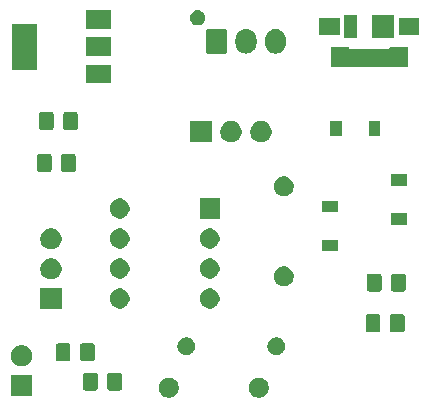
<source format=gbr>
G04 #@! TF.GenerationSoftware,KiCad,Pcbnew,(5.1.5)-3*
G04 #@! TF.CreationDate,2020-03-07T17:44:20+00:00*
G04 #@! TF.ProjectId,DigiSpark v3,44696769-5370-4617-926b-2076332e6b69,rev?*
G04 #@! TF.SameCoordinates,PX291b638PY79240f8*
G04 #@! TF.FileFunction,Soldermask,Top*
G04 #@! TF.FilePolarity,Negative*
%FSLAX46Y46*%
G04 Gerber Fmt 4.6, Leading zero omitted, Abs format (unit mm)*
G04 Created by KiCad (PCBNEW (5.1.5)-3) date 2020-03-07 17:44:20*
%MOMM*%
%LPD*%
G04 APERTURE LIST*
%ADD10C,0.100000*%
G04 APERTURE END LIST*
D10*
G36*
X29712228Y7066697D02*
G01*
X29867100Y7002547D01*
X30006481Y6909415D01*
X30125015Y6790881D01*
X30218147Y6651500D01*
X30282297Y6496628D01*
X30315000Y6332216D01*
X30315000Y6164584D01*
X30282297Y6000172D01*
X30218147Y5845300D01*
X30125015Y5705919D01*
X30006481Y5587385D01*
X29867100Y5494253D01*
X29712228Y5430103D01*
X29547816Y5397400D01*
X29380184Y5397400D01*
X29215772Y5430103D01*
X29060900Y5494253D01*
X28921519Y5587385D01*
X28802985Y5705919D01*
X28709853Y5845300D01*
X28645703Y6000172D01*
X28613000Y6164584D01*
X28613000Y6332216D01*
X28645703Y6496628D01*
X28709853Y6651500D01*
X28802985Y6790881D01*
X28921519Y6909415D01*
X29060900Y7002547D01*
X29215772Y7066697D01*
X29380184Y7099400D01*
X29547816Y7099400D01*
X29712228Y7066697D01*
G37*
G36*
X22092228Y7066697D02*
G01*
X22247100Y7002547D01*
X22386481Y6909415D01*
X22505015Y6790881D01*
X22598147Y6651500D01*
X22662297Y6496628D01*
X22695000Y6332216D01*
X22695000Y6164584D01*
X22662297Y6000172D01*
X22598147Y5845300D01*
X22505015Y5705919D01*
X22386481Y5587385D01*
X22247100Y5494253D01*
X22092228Y5430103D01*
X21927816Y5397400D01*
X21760184Y5397400D01*
X21595772Y5430103D01*
X21440900Y5494253D01*
X21301519Y5587385D01*
X21182985Y5705919D01*
X21089853Y5845300D01*
X21025703Y6000172D01*
X20993000Y6164584D01*
X20993000Y6332216D01*
X21025703Y6496628D01*
X21089853Y6651500D01*
X21182985Y6790881D01*
X21301519Y6909415D01*
X21440900Y7002547D01*
X21595772Y7066697D01*
X21760184Y7099400D01*
X21927816Y7099400D01*
X22092228Y7066697D01*
G37*
G36*
X10273600Y5499800D02*
G01*
X8471600Y5499800D01*
X8471600Y7301800D01*
X10273600Y7301800D01*
X10273600Y5499800D01*
G37*
G36*
X15669274Y7502935D02*
G01*
X15706967Y7491501D01*
X15741703Y7472934D01*
X15772148Y7447948D01*
X15797134Y7417503D01*
X15815701Y7382767D01*
X15827135Y7345074D01*
X15831600Y7299739D01*
X15831600Y6213061D01*
X15827135Y6167726D01*
X15815701Y6130033D01*
X15797134Y6095297D01*
X15772148Y6064852D01*
X15741703Y6039866D01*
X15706967Y6021299D01*
X15669274Y6009865D01*
X15623939Y6005400D01*
X14787261Y6005400D01*
X14741926Y6009865D01*
X14704233Y6021299D01*
X14669497Y6039866D01*
X14639052Y6064852D01*
X14614066Y6095297D01*
X14595499Y6130033D01*
X14584065Y6167726D01*
X14579600Y6213061D01*
X14579600Y7299739D01*
X14584065Y7345074D01*
X14595499Y7382767D01*
X14614066Y7417503D01*
X14639052Y7447948D01*
X14669497Y7472934D01*
X14704233Y7491501D01*
X14741926Y7502935D01*
X14787261Y7507400D01*
X15623939Y7507400D01*
X15669274Y7502935D01*
G37*
G36*
X17719274Y7502935D02*
G01*
X17756967Y7491501D01*
X17791703Y7472934D01*
X17822148Y7447948D01*
X17847134Y7417503D01*
X17865701Y7382767D01*
X17877135Y7345074D01*
X17881600Y7299739D01*
X17881600Y6213061D01*
X17877135Y6167726D01*
X17865701Y6130033D01*
X17847134Y6095297D01*
X17822148Y6064852D01*
X17791703Y6039866D01*
X17756967Y6021299D01*
X17719274Y6009865D01*
X17673939Y6005400D01*
X16837261Y6005400D01*
X16791926Y6009865D01*
X16754233Y6021299D01*
X16719497Y6039866D01*
X16689052Y6064852D01*
X16664066Y6095297D01*
X16645499Y6130033D01*
X16634065Y6167726D01*
X16629600Y6213061D01*
X16629600Y7299739D01*
X16634065Y7345074D01*
X16645499Y7382767D01*
X16664066Y7417503D01*
X16689052Y7447948D01*
X16719497Y7472934D01*
X16754233Y7491501D01*
X16791926Y7502935D01*
X16837261Y7507400D01*
X17673939Y7507400D01*
X17719274Y7502935D01*
G37*
G36*
X9486112Y9836873D02*
G01*
X9635412Y9807176D01*
X9799384Y9739256D01*
X9946954Y9640653D01*
X10072453Y9515154D01*
X10171056Y9367584D01*
X10238976Y9203612D01*
X10273600Y9029541D01*
X10273600Y8852059D01*
X10238976Y8677988D01*
X10171056Y8514016D01*
X10072453Y8366446D01*
X9946954Y8240947D01*
X9799384Y8142344D01*
X9635412Y8074424D01*
X9486112Y8044727D01*
X9461342Y8039800D01*
X9283858Y8039800D01*
X9259088Y8044727D01*
X9109788Y8074424D01*
X8945816Y8142344D01*
X8798246Y8240947D01*
X8672747Y8366446D01*
X8574144Y8514016D01*
X8506224Y8677988D01*
X8471600Y8852059D01*
X8471600Y9029541D01*
X8506224Y9203612D01*
X8574144Y9367584D01*
X8672747Y9515154D01*
X8798246Y9640653D01*
X8945816Y9739256D01*
X9109788Y9807176D01*
X9259088Y9836873D01*
X9283858Y9841800D01*
X9461342Y9841800D01*
X9486112Y9836873D01*
G37*
G36*
X13357874Y9992135D02*
G01*
X13395567Y9980701D01*
X13430303Y9962134D01*
X13460748Y9937148D01*
X13485734Y9906703D01*
X13504301Y9871967D01*
X13515735Y9834274D01*
X13520200Y9788939D01*
X13520200Y8702261D01*
X13515735Y8656926D01*
X13504301Y8619233D01*
X13485734Y8584497D01*
X13460748Y8554052D01*
X13430303Y8529066D01*
X13395567Y8510499D01*
X13357874Y8499065D01*
X13312539Y8494600D01*
X12475861Y8494600D01*
X12430526Y8499065D01*
X12392833Y8510499D01*
X12358097Y8529066D01*
X12327652Y8554052D01*
X12302666Y8584497D01*
X12284099Y8619233D01*
X12272665Y8656926D01*
X12268200Y8702261D01*
X12268200Y9788939D01*
X12272665Y9834274D01*
X12284099Y9871967D01*
X12302666Y9906703D01*
X12327652Y9937148D01*
X12358097Y9962134D01*
X12392833Y9980701D01*
X12430526Y9992135D01*
X12475861Y9996600D01*
X13312539Y9996600D01*
X13357874Y9992135D01*
G37*
G36*
X15407874Y9992135D02*
G01*
X15445567Y9980701D01*
X15480303Y9962134D01*
X15510748Y9937148D01*
X15535734Y9906703D01*
X15554301Y9871967D01*
X15565735Y9834274D01*
X15570200Y9788939D01*
X15570200Y8702261D01*
X15565735Y8656926D01*
X15554301Y8619233D01*
X15535734Y8584497D01*
X15510748Y8554052D01*
X15480303Y8529066D01*
X15445567Y8510499D01*
X15407874Y8499065D01*
X15362539Y8494600D01*
X14525861Y8494600D01*
X14480526Y8499065D01*
X14442833Y8510499D01*
X14408097Y8529066D01*
X14377652Y8554052D01*
X14352666Y8584497D01*
X14334099Y8619233D01*
X14322665Y8656926D01*
X14318200Y8702261D01*
X14318200Y9788939D01*
X14322665Y9834274D01*
X14334099Y9871967D01*
X14352666Y9906703D01*
X14377652Y9937148D01*
X14408097Y9962134D01*
X14442833Y9980701D01*
X14480526Y9992135D01*
X14525861Y9996600D01*
X15362539Y9996600D01*
X15407874Y9992135D01*
G37*
G36*
X23536259Y10475740D02*
G01*
X23672932Y10419128D01*
X23795935Y10336940D01*
X23900540Y10232335D01*
X23900541Y10232333D01*
X23982729Y10109330D01*
X24039340Y9972659D01*
X24068200Y9827568D01*
X24068200Y9679632D01*
X24039340Y9534541D01*
X23982728Y9397868D01*
X23900540Y9274865D01*
X23795935Y9170260D01*
X23672932Y9088072D01*
X23672931Y9088071D01*
X23672930Y9088071D01*
X23536259Y9031460D01*
X23391168Y9002600D01*
X23243232Y9002600D01*
X23098141Y9031460D01*
X22961470Y9088071D01*
X22961469Y9088071D01*
X22961468Y9088072D01*
X22838465Y9170260D01*
X22733860Y9274865D01*
X22651672Y9397868D01*
X22595060Y9534541D01*
X22566200Y9679632D01*
X22566200Y9827568D01*
X22595060Y9972659D01*
X22651671Y10109330D01*
X22733859Y10232333D01*
X22733860Y10232335D01*
X22838465Y10336940D01*
X22961468Y10419128D01*
X23098141Y10475740D01*
X23243232Y10504600D01*
X23391168Y10504600D01*
X23536259Y10475740D01*
G37*
G36*
X31156259Y10475740D02*
G01*
X31292932Y10419128D01*
X31415935Y10336940D01*
X31520540Y10232335D01*
X31520541Y10232333D01*
X31602729Y10109330D01*
X31659340Y9972659D01*
X31688200Y9827568D01*
X31688200Y9679632D01*
X31659340Y9534541D01*
X31602728Y9397868D01*
X31520540Y9274865D01*
X31415935Y9170260D01*
X31292932Y9088072D01*
X31292931Y9088071D01*
X31292930Y9088071D01*
X31156259Y9031460D01*
X31011168Y9002600D01*
X30863232Y9002600D01*
X30718141Y9031460D01*
X30581470Y9088071D01*
X30581469Y9088071D01*
X30581468Y9088072D01*
X30458465Y9170260D01*
X30353860Y9274865D01*
X30271672Y9397868D01*
X30215060Y9534541D01*
X30186200Y9679632D01*
X30186200Y9827568D01*
X30215060Y9972659D01*
X30271671Y10109330D01*
X30353859Y10232333D01*
X30353860Y10232335D01*
X30458465Y10336940D01*
X30581468Y10419128D01*
X30718141Y10475740D01*
X30863232Y10504600D01*
X31011168Y10504600D01*
X31156259Y10475740D01*
G37*
G36*
X41646074Y12455935D02*
G01*
X41683767Y12444501D01*
X41718503Y12425934D01*
X41748948Y12400948D01*
X41773934Y12370503D01*
X41792501Y12335767D01*
X41803935Y12298074D01*
X41808400Y12252739D01*
X41808400Y11166061D01*
X41803935Y11120726D01*
X41792501Y11083033D01*
X41773934Y11048297D01*
X41748948Y11017852D01*
X41718503Y10992866D01*
X41683767Y10974299D01*
X41646074Y10962865D01*
X41600739Y10958400D01*
X40764061Y10958400D01*
X40718726Y10962865D01*
X40681033Y10974299D01*
X40646297Y10992866D01*
X40615852Y11017852D01*
X40590866Y11048297D01*
X40572299Y11083033D01*
X40560865Y11120726D01*
X40556400Y11166061D01*
X40556400Y12252739D01*
X40560865Y12298074D01*
X40572299Y12335767D01*
X40590866Y12370503D01*
X40615852Y12400948D01*
X40646297Y12425934D01*
X40681033Y12444501D01*
X40718726Y12455935D01*
X40764061Y12460400D01*
X41600739Y12460400D01*
X41646074Y12455935D01*
G37*
G36*
X39596074Y12455935D02*
G01*
X39633767Y12444501D01*
X39668503Y12425934D01*
X39698948Y12400948D01*
X39723934Y12370503D01*
X39742501Y12335767D01*
X39753935Y12298074D01*
X39758400Y12252739D01*
X39758400Y11166061D01*
X39753935Y11120726D01*
X39742501Y11083033D01*
X39723934Y11048297D01*
X39698948Y11017852D01*
X39668503Y10992866D01*
X39633767Y10974299D01*
X39596074Y10962865D01*
X39550739Y10958400D01*
X38714061Y10958400D01*
X38668726Y10962865D01*
X38631033Y10974299D01*
X38596297Y10992866D01*
X38565852Y11017852D01*
X38540866Y11048297D01*
X38522299Y11083033D01*
X38510865Y11120726D01*
X38506400Y11166061D01*
X38506400Y12252739D01*
X38510865Y12298074D01*
X38522299Y12335767D01*
X38540866Y12370503D01*
X38565852Y12400948D01*
X38596297Y12425934D01*
X38631033Y12444501D01*
X38668726Y12455935D01*
X38714061Y12460400D01*
X39550739Y12460400D01*
X39596074Y12455935D01*
G37*
G36*
X12762800Y12865800D02*
G01*
X10960800Y12865800D01*
X10960800Y14667800D01*
X12762800Y14667800D01*
X12762800Y12865800D01*
G37*
G36*
X25546628Y14610497D02*
G01*
X25701500Y14546347D01*
X25840881Y14453215D01*
X25959415Y14334681D01*
X26052547Y14195300D01*
X26116697Y14040428D01*
X26149400Y13876016D01*
X26149400Y13708384D01*
X26116697Y13543972D01*
X26052547Y13389100D01*
X25959415Y13249719D01*
X25840881Y13131185D01*
X25701500Y13038053D01*
X25546628Y12973903D01*
X25382216Y12941200D01*
X25214584Y12941200D01*
X25050172Y12973903D01*
X24895300Y13038053D01*
X24755919Y13131185D01*
X24637385Y13249719D01*
X24544253Y13389100D01*
X24480103Y13543972D01*
X24447400Y13708384D01*
X24447400Y13876016D01*
X24480103Y14040428D01*
X24544253Y14195300D01*
X24637385Y14334681D01*
X24755919Y14453215D01*
X24895300Y14546347D01*
X25050172Y14610497D01*
X25214584Y14643200D01*
X25382216Y14643200D01*
X25546628Y14610497D01*
G37*
G36*
X17926628Y14610497D02*
G01*
X18081500Y14546347D01*
X18220881Y14453215D01*
X18339415Y14334681D01*
X18432547Y14195300D01*
X18496697Y14040428D01*
X18529400Y13876016D01*
X18529400Y13708384D01*
X18496697Y13543972D01*
X18432547Y13389100D01*
X18339415Y13249719D01*
X18220881Y13131185D01*
X18081500Y13038053D01*
X17926628Y12973903D01*
X17762216Y12941200D01*
X17594584Y12941200D01*
X17430172Y12973903D01*
X17275300Y13038053D01*
X17135919Y13131185D01*
X17017385Y13249719D01*
X16924253Y13389100D01*
X16860103Y13543972D01*
X16827400Y13708384D01*
X16827400Y13876016D01*
X16860103Y14040428D01*
X16924253Y14195300D01*
X17017385Y14334681D01*
X17135919Y14453215D01*
X17275300Y14546347D01*
X17430172Y14610497D01*
X17594584Y14643200D01*
X17762216Y14643200D01*
X17926628Y14610497D01*
G37*
G36*
X39697674Y15884935D02*
G01*
X39735367Y15873501D01*
X39770103Y15854934D01*
X39800548Y15829948D01*
X39825534Y15799503D01*
X39844101Y15764767D01*
X39855535Y15727074D01*
X39860000Y15681739D01*
X39860000Y14595061D01*
X39855535Y14549726D01*
X39844101Y14512033D01*
X39825534Y14477297D01*
X39800548Y14446852D01*
X39770103Y14421866D01*
X39735367Y14403299D01*
X39697674Y14391865D01*
X39652339Y14387400D01*
X38815661Y14387400D01*
X38770326Y14391865D01*
X38732633Y14403299D01*
X38697897Y14421866D01*
X38667452Y14446852D01*
X38642466Y14477297D01*
X38623899Y14512033D01*
X38612465Y14549726D01*
X38608000Y14595061D01*
X38608000Y15681739D01*
X38612465Y15727074D01*
X38623899Y15764767D01*
X38642466Y15799503D01*
X38667452Y15829948D01*
X38697897Y15854934D01*
X38732633Y15873501D01*
X38770326Y15884935D01*
X38815661Y15889400D01*
X39652339Y15889400D01*
X39697674Y15884935D01*
G37*
G36*
X41747674Y15884935D02*
G01*
X41785367Y15873501D01*
X41820103Y15854934D01*
X41850548Y15829948D01*
X41875534Y15799503D01*
X41894101Y15764767D01*
X41905535Y15727074D01*
X41910000Y15681739D01*
X41910000Y14595061D01*
X41905535Y14549726D01*
X41894101Y14512033D01*
X41875534Y14477297D01*
X41850548Y14446852D01*
X41820103Y14421866D01*
X41785367Y14403299D01*
X41747674Y14391865D01*
X41702339Y14387400D01*
X40865661Y14387400D01*
X40820326Y14391865D01*
X40782633Y14403299D01*
X40747897Y14421866D01*
X40717452Y14446852D01*
X40692466Y14477297D01*
X40673899Y14512033D01*
X40662465Y14549726D01*
X40658000Y14595061D01*
X40658000Y15681739D01*
X40662465Y15727074D01*
X40673899Y15764767D01*
X40692466Y15799503D01*
X40717452Y15829948D01*
X40747897Y15854934D01*
X40782633Y15873501D01*
X40820326Y15884935D01*
X40865661Y15889400D01*
X41702339Y15889400D01*
X41747674Y15884935D01*
G37*
G36*
X31820428Y16490097D02*
G01*
X31975300Y16425947D01*
X32114681Y16332815D01*
X32233215Y16214281D01*
X32326347Y16074900D01*
X32390497Y15920028D01*
X32423200Y15755616D01*
X32423200Y15587984D01*
X32390497Y15423572D01*
X32326347Y15268700D01*
X32233215Y15129319D01*
X32114681Y15010785D01*
X31975300Y14917653D01*
X31820428Y14853503D01*
X31656016Y14820800D01*
X31488384Y14820800D01*
X31323972Y14853503D01*
X31169100Y14917653D01*
X31029719Y15010785D01*
X30911185Y15129319D01*
X30818053Y15268700D01*
X30753903Y15423572D01*
X30721200Y15587984D01*
X30721200Y15755616D01*
X30753903Y15920028D01*
X30818053Y16074900D01*
X30911185Y16214281D01*
X31029719Y16332815D01*
X31169100Y16425947D01*
X31323972Y16490097D01*
X31488384Y16522800D01*
X31656016Y16522800D01*
X31820428Y16490097D01*
G37*
G36*
X11975312Y17202873D02*
G01*
X12124612Y17173176D01*
X12288584Y17105256D01*
X12436154Y17006653D01*
X12561653Y16881154D01*
X12660256Y16733584D01*
X12728176Y16569612D01*
X12762800Y16395541D01*
X12762800Y16218059D01*
X12728176Y16043988D01*
X12660256Y15880016D01*
X12561653Y15732446D01*
X12436154Y15606947D01*
X12288584Y15508344D01*
X12124612Y15440424D01*
X11975312Y15410727D01*
X11950542Y15405800D01*
X11773058Y15405800D01*
X11748288Y15410727D01*
X11598988Y15440424D01*
X11435016Y15508344D01*
X11287446Y15606947D01*
X11161947Y15732446D01*
X11063344Y15880016D01*
X10995424Y16043988D01*
X10960800Y16218059D01*
X10960800Y16395541D01*
X10995424Y16569612D01*
X11063344Y16733584D01*
X11161947Y16881154D01*
X11287446Y17006653D01*
X11435016Y17105256D01*
X11598988Y17173176D01*
X11748288Y17202873D01*
X11773058Y17207800D01*
X11950542Y17207800D01*
X11975312Y17202873D01*
G37*
G36*
X17926628Y17150497D02*
G01*
X18081500Y17086347D01*
X18220881Y16993215D01*
X18339415Y16874681D01*
X18432547Y16735300D01*
X18496697Y16580428D01*
X18529400Y16416016D01*
X18529400Y16248384D01*
X18496697Y16083972D01*
X18432547Y15929100D01*
X18339415Y15789719D01*
X18220881Y15671185D01*
X18081500Y15578053D01*
X17926628Y15513903D01*
X17762216Y15481200D01*
X17594584Y15481200D01*
X17430172Y15513903D01*
X17275300Y15578053D01*
X17135919Y15671185D01*
X17017385Y15789719D01*
X16924253Y15929100D01*
X16860103Y16083972D01*
X16827400Y16248384D01*
X16827400Y16416016D01*
X16860103Y16580428D01*
X16924253Y16735300D01*
X17017385Y16874681D01*
X17135919Y16993215D01*
X17275300Y17086347D01*
X17430172Y17150497D01*
X17594584Y17183200D01*
X17762216Y17183200D01*
X17926628Y17150497D01*
G37*
G36*
X25546628Y17150497D02*
G01*
X25701500Y17086347D01*
X25840881Y16993215D01*
X25959415Y16874681D01*
X26052547Y16735300D01*
X26116697Y16580428D01*
X26149400Y16416016D01*
X26149400Y16248384D01*
X26116697Y16083972D01*
X26052547Y15929100D01*
X25959415Y15789719D01*
X25840881Y15671185D01*
X25701500Y15578053D01*
X25546628Y15513903D01*
X25382216Y15481200D01*
X25214584Y15481200D01*
X25050172Y15513903D01*
X24895300Y15578053D01*
X24755919Y15671185D01*
X24637385Y15789719D01*
X24544253Y15929100D01*
X24480103Y16083972D01*
X24447400Y16248384D01*
X24447400Y16416016D01*
X24480103Y16580428D01*
X24544253Y16735300D01*
X24637385Y16874681D01*
X24755919Y16993215D01*
X24895300Y17086347D01*
X25050172Y17150497D01*
X25214584Y17183200D01*
X25382216Y17183200D01*
X25546628Y17150497D01*
G37*
G36*
X36134800Y17788000D02*
G01*
X34832800Y17788000D01*
X34832800Y18790000D01*
X36134800Y18790000D01*
X36134800Y17788000D01*
G37*
G36*
X11975312Y19742873D02*
G01*
X12124612Y19713176D01*
X12288584Y19645256D01*
X12436154Y19546653D01*
X12561653Y19421154D01*
X12660256Y19273584D01*
X12728176Y19109612D01*
X12762800Y18935541D01*
X12762800Y18758059D01*
X12728176Y18583988D01*
X12660256Y18420016D01*
X12561653Y18272446D01*
X12436154Y18146947D01*
X12288584Y18048344D01*
X12124612Y17980424D01*
X11975312Y17950727D01*
X11950542Y17945800D01*
X11773058Y17945800D01*
X11748288Y17950727D01*
X11598988Y17980424D01*
X11435016Y18048344D01*
X11287446Y18146947D01*
X11161947Y18272446D01*
X11063344Y18420016D01*
X10995424Y18583988D01*
X10960800Y18758059D01*
X10960800Y18935541D01*
X10995424Y19109612D01*
X11063344Y19273584D01*
X11161947Y19421154D01*
X11287446Y19546653D01*
X11435016Y19645256D01*
X11598988Y19713176D01*
X11748288Y19742873D01*
X11773058Y19747800D01*
X11950542Y19747800D01*
X11975312Y19742873D01*
G37*
G36*
X17926628Y19690497D02*
G01*
X18081500Y19626347D01*
X18220881Y19533215D01*
X18339415Y19414681D01*
X18432547Y19275300D01*
X18496697Y19120428D01*
X18529400Y18956016D01*
X18529400Y18788384D01*
X18496697Y18623972D01*
X18432547Y18469100D01*
X18339415Y18329719D01*
X18220881Y18211185D01*
X18081500Y18118053D01*
X17926628Y18053903D01*
X17762216Y18021200D01*
X17594584Y18021200D01*
X17430172Y18053903D01*
X17275300Y18118053D01*
X17135919Y18211185D01*
X17017385Y18329719D01*
X16924253Y18469100D01*
X16860103Y18623972D01*
X16827400Y18788384D01*
X16827400Y18956016D01*
X16860103Y19120428D01*
X16924253Y19275300D01*
X17017385Y19414681D01*
X17135919Y19533215D01*
X17275300Y19626347D01*
X17430172Y19690497D01*
X17594584Y19723200D01*
X17762216Y19723200D01*
X17926628Y19690497D01*
G37*
G36*
X25546628Y19690497D02*
G01*
X25701500Y19626347D01*
X25840881Y19533215D01*
X25959415Y19414681D01*
X26052547Y19275300D01*
X26116697Y19120428D01*
X26149400Y18956016D01*
X26149400Y18788384D01*
X26116697Y18623972D01*
X26052547Y18469100D01*
X25959415Y18329719D01*
X25840881Y18211185D01*
X25701500Y18118053D01*
X25546628Y18053903D01*
X25382216Y18021200D01*
X25214584Y18021200D01*
X25050172Y18053903D01*
X24895300Y18118053D01*
X24755919Y18211185D01*
X24637385Y18329719D01*
X24544253Y18469100D01*
X24480103Y18623972D01*
X24447400Y18788384D01*
X24447400Y18956016D01*
X24480103Y19120428D01*
X24544253Y19275300D01*
X24637385Y19414681D01*
X24755919Y19533215D01*
X24895300Y19626347D01*
X25050172Y19690497D01*
X25214584Y19723200D01*
X25382216Y19723200D01*
X25546628Y19690497D01*
G37*
G36*
X41976800Y20023200D02*
G01*
X40674800Y20023200D01*
X40674800Y21025200D01*
X41976800Y21025200D01*
X41976800Y20023200D01*
G37*
G36*
X26149400Y20561200D02*
G01*
X24447400Y20561200D01*
X24447400Y22263200D01*
X26149400Y22263200D01*
X26149400Y20561200D01*
G37*
G36*
X17926628Y22230497D02*
G01*
X18081500Y22166347D01*
X18220881Y22073215D01*
X18339415Y21954681D01*
X18432547Y21815300D01*
X18496697Y21660428D01*
X18529400Y21496016D01*
X18529400Y21328384D01*
X18496697Y21163972D01*
X18432547Y21009100D01*
X18339415Y20869719D01*
X18220881Y20751185D01*
X18081500Y20658053D01*
X17926628Y20593903D01*
X17762216Y20561200D01*
X17594584Y20561200D01*
X17430172Y20593903D01*
X17275300Y20658053D01*
X17135919Y20751185D01*
X17017385Y20869719D01*
X16924253Y21009100D01*
X16860103Y21163972D01*
X16827400Y21328384D01*
X16827400Y21496016D01*
X16860103Y21660428D01*
X16924253Y21815300D01*
X17017385Y21954681D01*
X17135919Y22073215D01*
X17275300Y22166347D01*
X17430172Y22230497D01*
X17594584Y22263200D01*
X17762216Y22263200D01*
X17926628Y22230497D01*
G37*
G36*
X36134800Y21088000D02*
G01*
X34832800Y21088000D01*
X34832800Y22090000D01*
X36134800Y22090000D01*
X36134800Y21088000D01*
G37*
G36*
X31820428Y24110097D02*
G01*
X31975300Y24045947D01*
X32114681Y23952815D01*
X32233215Y23834281D01*
X32326347Y23694900D01*
X32390497Y23540028D01*
X32423200Y23375616D01*
X32423200Y23207984D01*
X32390497Y23043572D01*
X32326347Y22888700D01*
X32233215Y22749319D01*
X32114681Y22630785D01*
X31975300Y22537653D01*
X31820428Y22473503D01*
X31656016Y22440800D01*
X31488384Y22440800D01*
X31323972Y22473503D01*
X31169100Y22537653D01*
X31029719Y22630785D01*
X30911185Y22749319D01*
X30818053Y22888700D01*
X30753903Y23043572D01*
X30721200Y23207984D01*
X30721200Y23375616D01*
X30753903Y23540028D01*
X30818053Y23694900D01*
X30911185Y23834281D01*
X31029719Y23952815D01*
X31169100Y24045947D01*
X31323972Y24110097D01*
X31488384Y24142800D01*
X31656016Y24142800D01*
X31820428Y24110097D01*
G37*
G36*
X41976800Y23323200D02*
G01*
X40674800Y23323200D01*
X40674800Y24325200D01*
X41976800Y24325200D01*
X41976800Y23323200D01*
G37*
G36*
X13807674Y26019535D02*
G01*
X13845367Y26008101D01*
X13880103Y25989534D01*
X13910548Y25964548D01*
X13935534Y25934103D01*
X13954101Y25899367D01*
X13965535Y25861674D01*
X13970000Y25816339D01*
X13970000Y24729661D01*
X13965535Y24684326D01*
X13954101Y24646633D01*
X13935534Y24611897D01*
X13910548Y24581452D01*
X13880103Y24556466D01*
X13845367Y24537899D01*
X13807674Y24526465D01*
X13762339Y24522000D01*
X12925661Y24522000D01*
X12880326Y24526465D01*
X12842633Y24537899D01*
X12807897Y24556466D01*
X12777452Y24581452D01*
X12752466Y24611897D01*
X12733899Y24646633D01*
X12722465Y24684326D01*
X12718000Y24729661D01*
X12718000Y25816339D01*
X12722465Y25861674D01*
X12733899Y25899367D01*
X12752466Y25934103D01*
X12777452Y25964548D01*
X12807897Y25989534D01*
X12842633Y26008101D01*
X12880326Y26019535D01*
X12925661Y26024000D01*
X13762339Y26024000D01*
X13807674Y26019535D01*
G37*
G36*
X11757674Y26019535D02*
G01*
X11795367Y26008101D01*
X11830103Y25989534D01*
X11860548Y25964548D01*
X11885534Y25934103D01*
X11904101Y25899367D01*
X11915535Y25861674D01*
X11920000Y25816339D01*
X11920000Y24729661D01*
X11915535Y24684326D01*
X11904101Y24646633D01*
X11885534Y24611897D01*
X11860548Y24581452D01*
X11830103Y24556466D01*
X11795367Y24537899D01*
X11757674Y24526465D01*
X11712339Y24522000D01*
X10875661Y24522000D01*
X10830326Y24526465D01*
X10792633Y24537899D01*
X10757897Y24556466D01*
X10727452Y24581452D01*
X10702466Y24611897D01*
X10683899Y24646633D01*
X10672465Y24684326D01*
X10668000Y24729661D01*
X10668000Y25816339D01*
X10672465Y25861674D01*
X10683899Y25899367D01*
X10702466Y25934103D01*
X10727452Y25964548D01*
X10757897Y25989534D01*
X10792633Y26008101D01*
X10830326Y26019535D01*
X10875661Y26024000D01*
X11712339Y26024000D01*
X11757674Y26019535D01*
G37*
G36*
X29755312Y28810673D02*
G01*
X29904612Y28780976D01*
X30068584Y28713056D01*
X30216154Y28614453D01*
X30341653Y28488954D01*
X30440256Y28341384D01*
X30508176Y28177412D01*
X30542800Y28003341D01*
X30542800Y27825859D01*
X30508176Y27651788D01*
X30440256Y27487816D01*
X30341653Y27340246D01*
X30216154Y27214747D01*
X30068584Y27116144D01*
X29904612Y27048224D01*
X29755312Y27018527D01*
X29730542Y27013600D01*
X29553058Y27013600D01*
X29528288Y27018527D01*
X29378988Y27048224D01*
X29215016Y27116144D01*
X29067446Y27214747D01*
X28941947Y27340246D01*
X28843344Y27487816D01*
X28775424Y27651788D01*
X28740800Y27825859D01*
X28740800Y28003341D01*
X28775424Y28177412D01*
X28843344Y28341384D01*
X28941947Y28488954D01*
X29067446Y28614453D01*
X29215016Y28713056D01*
X29378988Y28780976D01*
X29528288Y28810673D01*
X29553058Y28815600D01*
X29730542Y28815600D01*
X29755312Y28810673D01*
G37*
G36*
X27215312Y28810673D02*
G01*
X27364612Y28780976D01*
X27528584Y28713056D01*
X27676154Y28614453D01*
X27801653Y28488954D01*
X27900256Y28341384D01*
X27968176Y28177412D01*
X28002800Y28003341D01*
X28002800Y27825859D01*
X27968176Y27651788D01*
X27900256Y27487816D01*
X27801653Y27340246D01*
X27676154Y27214747D01*
X27528584Y27116144D01*
X27364612Y27048224D01*
X27215312Y27018527D01*
X27190542Y27013600D01*
X27013058Y27013600D01*
X26988288Y27018527D01*
X26838988Y27048224D01*
X26675016Y27116144D01*
X26527446Y27214747D01*
X26401947Y27340246D01*
X26303344Y27487816D01*
X26235424Y27651788D01*
X26200800Y27825859D01*
X26200800Y28003341D01*
X26235424Y28177412D01*
X26303344Y28341384D01*
X26401947Y28488954D01*
X26527446Y28614453D01*
X26675016Y28713056D01*
X26838988Y28780976D01*
X26988288Y28810673D01*
X27013058Y28815600D01*
X27190542Y28815600D01*
X27215312Y28810673D01*
G37*
G36*
X25462800Y27013600D02*
G01*
X23660800Y27013600D01*
X23660800Y28815600D01*
X25462800Y28815600D01*
X25462800Y27013600D01*
G37*
G36*
X39768400Y27517600D02*
G01*
X38766400Y27517600D01*
X38766400Y28819600D01*
X39768400Y28819600D01*
X39768400Y27517600D01*
G37*
G36*
X36468400Y27517600D02*
G01*
X35466400Y27517600D01*
X35466400Y28819600D01*
X36468400Y28819600D01*
X36468400Y27517600D01*
G37*
G36*
X13985474Y29575535D02*
G01*
X14023167Y29564101D01*
X14057903Y29545534D01*
X14088348Y29520548D01*
X14113334Y29490103D01*
X14131901Y29455367D01*
X14143335Y29417674D01*
X14147800Y29372339D01*
X14147800Y28285661D01*
X14143335Y28240326D01*
X14131901Y28202633D01*
X14113334Y28167897D01*
X14088348Y28137452D01*
X14057903Y28112466D01*
X14023167Y28093899D01*
X13985474Y28082465D01*
X13940139Y28078000D01*
X13103461Y28078000D01*
X13058126Y28082465D01*
X13020433Y28093899D01*
X12985697Y28112466D01*
X12955252Y28137452D01*
X12930266Y28167897D01*
X12911699Y28202633D01*
X12900265Y28240326D01*
X12895800Y28285661D01*
X12895800Y29372339D01*
X12900265Y29417674D01*
X12911699Y29455367D01*
X12930266Y29490103D01*
X12955252Y29520548D01*
X12985697Y29545534D01*
X13020433Y29564101D01*
X13058126Y29575535D01*
X13103461Y29580000D01*
X13940139Y29580000D01*
X13985474Y29575535D01*
G37*
G36*
X11935474Y29575535D02*
G01*
X11973167Y29564101D01*
X12007903Y29545534D01*
X12038348Y29520548D01*
X12063334Y29490103D01*
X12081901Y29455367D01*
X12093335Y29417674D01*
X12097800Y29372339D01*
X12097800Y28285661D01*
X12093335Y28240326D01*
X12081901Y28202633D01*
X12063334Y28167897D01*
X12038348Y28137452D01*
X12007903Y28112466D01*
X11973167Y28093899D01*
X11935474Y28082465D01*
X11890139Y28078000D01*
X11053461Y28078000D01*
X11008126Y28082465D01*
X10970433Y28093899D01*
X10935697Y28112466D01*
X10905252Y28137452D01*
X10880266Y28167897D01*
X10861699Y28202633D01*
X10850265Y28240326D01*
X10845800Y28285661D01*
X10845800Y29372339D01*
X10850265Y29417674D01*
X10861699Y29455367D01*
X10880266Y29490103D01*
X10905252Y29520548D01*
X10935697Y29545534D01*
X10970433Y29564101D01*
X11008126Y29575535D01*
X11053461Y29580000D01*
X11890139Y29580000D01*
X11935474Y29575535D01*
G37*
G36*
X16951800Y32001800D02*
G01*
X14849800Y32001800D01*
X14849800Y33603800D01*
X16951800Y33603800D01*
X16951800Y32001800D01*
G37*
G36*
X10651800Y33151800D02*
G01*
X8549800Y33151800D01*
X8549800Y37053800D01*
X10651800Y37053800D01*
X10651800Y33151800D01*
G37*
G36*
X37087200Y35016799D02*
G01*
X37089602Y34992413D01*
X37096715Y34968964D01*
X37108266Y34947353D01*
X37123811Y34928411D01*
X37142753Y34912866D01*
X37164364Y34901315D01*
X37187813Y34894202D01*
X37212199Y34891800D01*
X40410201Y34891800D01*
X40434587Y34894202D01*
X40458036Y34901315D01*
X40479647Y34912866D01*
X40498589Y34928411D01*
X40514134Y34947353D01*
X40525685Y34968964D01*
X40532798Y34992413D01*
X40535200Y35016799D01*
X40535200Y35061800D01*
X42062200Y35061800D01*
X42062200Y33409800D01*
X35560200Y33409800D01*
X35560200Y35061800D01*
X37087200Y35061800D01*
X37087200Y35016799D01*
G37*
G36*
X16951800Y34301800D02*
G01*
X14849800Y34301800D01*
X14849800Y35903800D01*
X16951800Y35903800D01*
X16951800Y34301800D01*
G37*
G36*
X31059226Y36572963D02*
G01*
X31229065Y36521443D01*
X31229067Y36521442D01*
X31385589Y36437779D01*
X31522786Y36325186D01*
X31606048Y36223729D01*
X31635378Y36187991D01*
X31719043Y36031466D01*
X31770563Y35861627D01*
X31783600Y35729258D01*
X31783600Y35390743D01*
X31770563Y35258374D01*
X31719043Y35088534D01*
X31635378Y34932009D01*
X31610188Y34901315D01*
X31522786Y34794814D01*
X31427850Y34716903D01*
X31385591Y34682222D01*
X31229066Y34598557D01*
X31059227Y34547037D01*
X30882600Y34529641D01*
X30705974Y34547037D01*
X30536135Y34598557D01*
X30379610Y34682222D01*
X30242415Y34794815D01*
X30129822Y34932009D01*
X30046157Y35088534D01*
X29994637Y35258373D01*
X29981600Y35390742D01*
X29981600Y35729257D01*
X29994637Y35861626D01*
X30046157Y36031465D01*
X30129822Y36187990D01*
X30129823Y36187991D01*
X30242414Y36325186D01*
X30343871Y36408448D01*
X30379609Y36437778D01*
X30536134Y36521443D01*
X30705973Y36572963D01*
X30882600Y36590359D01*
X31059226Y36572963D01*
G37*
G36*
X28559226Y36572963D02*
G01*
X28729065Y36521443D01*
X28729067Y36521442D01*
X28885589Y36437779D01*
X29022786Y36325186D01*
X29106048Y36223729D01*
X29135378Y36187991D01*
X29219043Y36031466D01*
X29270563Y35861627D01*
X29283600Y35729258D01*
X29283600Y35390743D01*
X29270563Y35258374D01*
X29219043Y35088534D01*
X29135378Y34932009D01*
X29110188Y34901315D01*
X29022786Y34794814D01*
X28927850Y34716903D01*
X28885591Y34682222D01*
X28729066Y34598557D01*
X28559227Y34547037D01*
X28382600Y34529641D01*
X28205974Y34547037D01*
X28036135Y34598557D01*
X27879610Y34682222D01*
X27742415Y34794815D01*
X27629822Y34932009D01*
X27546157Y35088534D01*
X27494637Y35258373D01*
X27481600Y35390742D01*
X27481600Y35729257D01*
X27494637Y35861626D01*
X27546157Y36031465D01*
X27629822Y36187990D01*
X27629823Y36187991D01*
X27742414Y36325186D01*
X27843871Y36408448D01*
X27879609Y36437778D01*
X28036134Y36521443D01*
X28205973Y36572963D01*
X28382600Y36590359D01*
X28559226Y36572963D01*
G37*
G36*
X26641200Y36582011D02*
G01*
X26674252Y36571985D01*
X26704703Y36555708D01*
X26731399Y36533799D01*
X26753308Y36507103D01*
X26769585Y36476652D01*
X26779611Y36443600D01*
X26783600Y36403097D01*
X26783600Y34716903D01*
X26779611Y34676400D01*
X26769585Y34643348D01*
X26753308Y34612897D01*
X26731399Y34586201D01*
X26704703Y34564292D01*
X26674252Y34548015D01*
X26641200Y34537989D01*
X26600697Y34534000D01*
X25164503Y34534000D01*
X25124000Y34537989D01*
X25090948Y34548015D01*
X25060497Y34564292D01*
X25033801Y34586201D01*
X25011892Y34612897D01*
X24995615Y34643348D01*
X24985589Y34676400D01*
X24981600Y34716903D01*
X24981600Y36403097D01*
X24985589Y36443600D01*
X24995615Y36476652D01*
X25011892Y36507103D01*
X25033801Y36533799D01*
X25060497Y36555708D01*
X25090948Y36571985D01*
X25124000Y36582011D01*
X25164503Y36586000D01*
X26600697Y36586000D01*
X26641200Y36582011D01*
G37*
G36*
X37812200Y35809800D02*
G01*
X36710200Y35809800D01*
X36710200Y37811800D01*
X37812200Y37811800D01*
X37812200Y35809800D01*
G37*
G36*
X40912200Y35809800D02*
G01*
X39010200Y35809800D01*
X39010200Y37811800D01*
X40912200Y37811800D01*
X40912200Y35809800D01*
G37*
G36*
X43062200Y36109800D02*
G01*
X41310200Y36109800D01*
X41310200Y37511800D01*
X43062200Y37511800D01*
X43062200Y36109800D01*
G37*
G36*
X36312200Y36109800D02*
G01*
X34560200Y36109800D01*
X34560200Y37511800D01*
X36312200Y37511800D01*
X36312200Y36109800D01*
G37*
G36*
X16951800Y36601800D02*
G01*
X14849800Y36601800D01*
X14849800Y38203800D01*
X16951800Y38203800D01*
X16951800Y36601800D01*
G37*
G36*
X24382916Y38203800D02*
G01*
X24472490Y38185983D01*
X24590964Y38136909D01*
X24697588Y38065665D01*
X24788265Y37974988D01*
X24859509Y37868364D01*
X24908583Y37749890D01*
X24933600Y37624118D01*
X24933600Y37495882D01*
X24908583Y37370110D01*
X24859509Y37251636D01*
X24788265Y37145012D01*
X24697588Y37054335D01*
X24590964Y36983091D01*
X24590963Y36983090D01*
X24590962Y36983090D01*
X24472490Y36934017D01*
X24346719Y36909000D01*
X24218481Y36909000D01*
X24092710Y36934017D01*
X23974238Y36983090D01*
X23974237Y36983090D01*
X23974236Y36983091D01*
X23867612Y37054335D01*
X23776935Y37145012D01*
X23705691Y37251636D01*
X23656617Y37370110D01*
X23631600Y37495882D01*
X23631600Y37624118D01*
X23656617Y37749890D01*
X23705691Y37868364D01*
X23776935Y37974988D01*
X23867612Y38065665D01*
X23974236Y38136909D01*
X24092710Y38185983D01*
X24182284Y38203800D01*
X24218481Y38211000D01*
X24346719Y38211000D01*
X24382916Y38203800D01*
G37*
M02*

</source>
